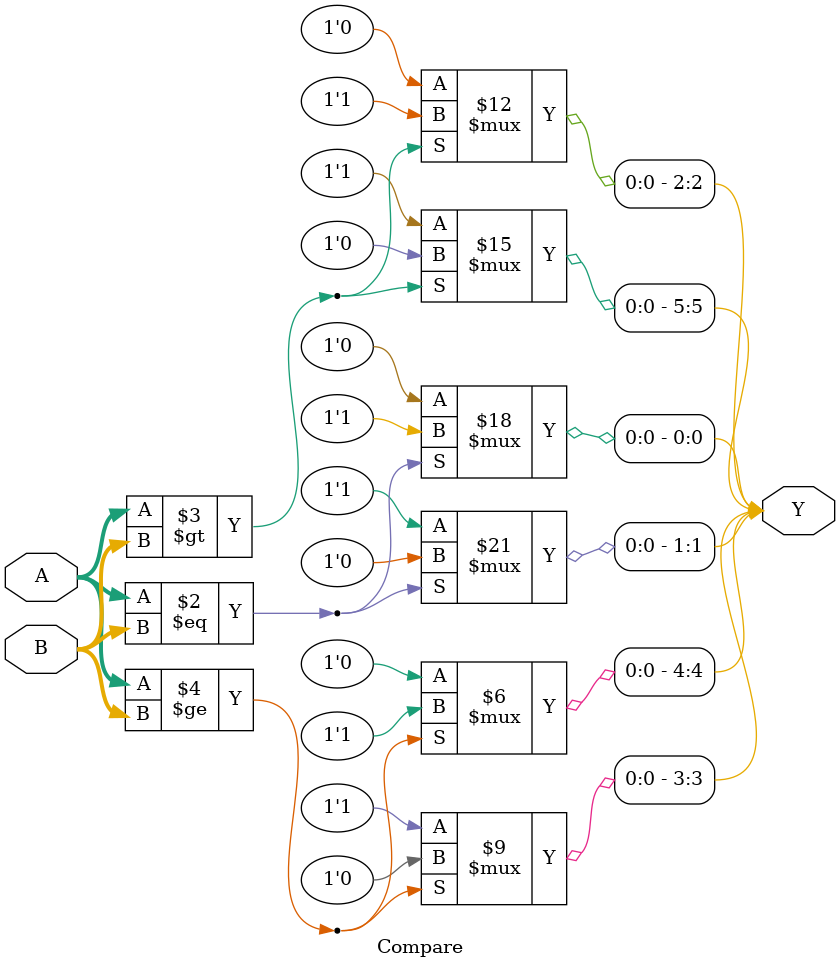
<source format=v>

`timescale 1ns/100ps
`default_nettype none

module Compare (A, B, Y);

	input [0:3]		A, B;
	output [0:5]	Y;
	reg	[0:5]		Y;

	always @(A or B)
	begin
		Y = 0;
		if (A == B)	Y[0] = 1;
		else		Y[1] = 1;
		if (A > B)	Y[2] = 1;
		else		Y[5] = 1;
		if (A >= B)	Y[4] = 1;
		else		Y[3] = 1;
	end

endmodule // Compare
</source>
